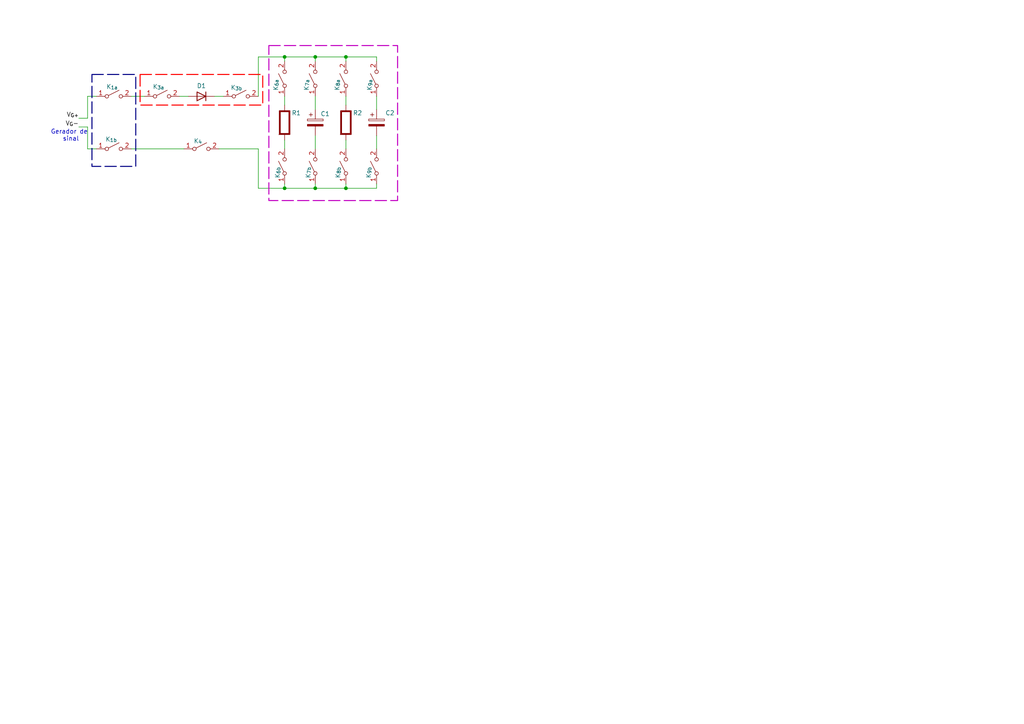
<source format=kicad_sch>
(kicad_sch (version 20231120) (generator "eeschema") (generator_version "8.0")
  (paper "A4")
  (lib_symbols
    (symbol "Device:C_Polarized" (pin_numbers hide) (pin_names (offset 0.254))
      (property "Reference" "C" (at 0.635 2.54 0))
      (property "Value" "C_Polarized" (at 0.635 -2.54 0))
      (symbol "C_Polarized_0_1"
        (rectangle (start -2.286 0.508) (end 2.286 1.016))
        (polyline (pts (xy -1.778 2.286) (xy -0.762 2.286)))
        (polyline (pts (xy -1.27 2.794) (xy -1.27 1.778)))
        (rectangle (start 2.286 -0.508) (end -2.286 -1.016) (fill (type outline)))
      )
      (symbol "C_Polarized_1_1"
        (pin passive line (at 0 3.81 270) (length 2.794) (name "~") (number "1"))
        (pin passive line (at 0 -3.81 90) (length 2.794) (name "~") (number "2"))
      )
    )
    (symbol "Diode:1N4007" (pin_numbers hide) (pin_names hide)
      (property "Reference" "D" (at 0 2.54 0))
      (property "Value" "1N4007" (at 0 -2.54 0))
      (symbol "1N4007_0_1"
        (polyline (pts (xy -1.27 1.27) (xy -1.27 -1.27)) (stroke (width 0.254)))
        (polyline (pts (xy 1.27 0) (xy -1.27 0)))
        (polyline (pts (xy 1.27 1.27) (xy 1.27 -1.27) (xy -1.27 0) (xy 1.27 1.27)) (stroke (width 0.254)))
      )
      (symbol "1N4007_1_1"
        (pin passive line (at -3.81 0 0) (length 2.54) (name "K") (number "1"))
        (pin passive line (at 3.81 0 180) (length 2.54) (name "A") (number "2"))
      )
    )
    (symbol "PCM_Elektuur:R" (pin_numbers hide) (pin_names (offset 0) hide)
      (property "Reference" "R" (at 2.54 3.175 0))
      (property "Value" "R" (at 0 0 90))
      (symbol "R_1_1"
        (polyline (pts (xy -1.524 -3.429) (xy 1.524 -3.429) (xy 1.524 3.429) (xy -1.524 3.429) (xy -1.524 -3.429) (xy -1.27 -3.175) (xy -1.27 3.175) (xy 1.27 3.175) (xy 1.27 -3.175) (xy -1.27 -3.175) (xy -1.524 -3.429)) (stroke (width 0.254)) (fill (type outline)))
        (pin passive line (at 0 5.08 270) (length 1.651) (name "+") (number "1"))
        (pin passive line (at 0 -5.08 90) (length 1.651) (name "-") (number "2"))
      )
      (symbol "R_1_2"
        (polyline (pts (xy -0.508 -3.429) (xy 1.524 -3.429) (xy 1.524 3.429) (xy -0.508 3.429) (xy -0.508 3.175) (xy 1.27 3.175) (xy 1.27 -3.175) (xy -0.508 -3.175) (xy -0.508 -3.429)) (stroke (width 0.254)) (fill (type outline)))
        (pin passive line (at 0 5.08 270) (length 1.651) (name "+") (number "1"))
        (pin passive line (at 0 -5.08 90) (length 1.651) (name "-") (number "2"))
      )
      (symbol "R_1_3"
        (polyline (pts (xy 0 3.4798) (xy 0 3.2004) (xy 0.7112 2.794) (xy -1.1938 1.6764) (xy 0.7112 0.5588) (xy -1.1938 -0.5588) (xy 0.7112 -1.6764) (xy -1.1938 -2.794) (xy 0 -3.4798) (xy 0 -3.2004) (xy -0.7112 -2.794) (xy 1.1938 -1.6764) (xy -0.7112 -0.5588) (xy 1.1938 0.5588) (xy -0.7112 1.6764) (xy 1.1938 2.794) (xy 0 3.4798)) (stroke (width 0.254)) (fill (type outline)))
        (pin passive line (at 0 5.08 270) (length 1.6002) (name "+") (number "1"))
        (pin passive line (at 0 -5.08 90) (length 1.6002) (name "-") (number "2"))
      )
      (symbol "R_1_4"
        (polyline (pts (xy 0 4.5466) (xy 0 4.2672) (xy 0.0508 4.2418) (xy 1.016 3.683) (xy -1.524 2.2098) (xy 1.016 0.7366) (xy -1.524 -0.7366) (xy 1.016 -2.2098) (xy -1.524 -3.683) (xy -0.0762 -4.5212) (xy 0 -4.5466) (xy 0 -4.2672) (xy -0.0508 -4.2418) (xy -1.016 -3.683) (xy 1.524 -2.2098) (xy -1.016 -0.7366) (xy 1.524 0.7366) (xy -1.016 2.2098) (xy 1.524 3.683) (xy 0.0762 4.5212) (xy 0 4.5466)) (stroke (width 0.254)) (fill (type outline)))
        (pin passive line (at 0 5.08 270) (length 0.5334) (name "+") (number "1"))
        (pin passive line (at 0 -5.08 90) (length 0.5334) (name "-") (number "2"))
      )
    )
    (symbol "Switch:SW_SPST" (pin_names (offset 0) hide)
      (property "Reference" "SW" (at 0 3.175 0))
      (property "Value" "SW_SPST" (at 0 -2.54 0))
      (symbol "SW_SPST_0_0"
        (circle (center -2.032 0) (radius 0.508))
        (polyline (pts (xy -1.524 0.254) (xy 1.524 1.778)))
        (circle (center 2.032 0) (radius 0.508))
      )
      (symbol "SW_SPST_1_1"
        (pin passive line (at -5.08 0 0) (length 2.54) (name "A") (number "1"))
        (pin passive line (at 5.08 0 180) (length 2.54) (name "B") (number "2"))
      )
    )
  )
  (junction (at 91.44 16.51))
  (junction (at 91.44 54.61))
  (junction (at 82.55 16.51))
  (junction (at 100.33 16.51))
  (junction (at 100.33 54.61))
  (junction (at 82.55 54.61))
  (wire (pts (xy 38.1 43.18) (xy 53.34 43.18)))
  (wire (pts (xy 25.4 27.94) (xy 27.94 27.94)))
  (wire (pts (xy 109.22 39.37) (xy 109.22 43.18)))
  (wire (pts (xy 52.07 27.94) (xy 54.61 27.94)))
  (wire (pts (xy 91.44 39.37) (xy 91.44 43.18)))
  (wire (pts (xy 82.55 54.61) (xy 91.44 54.61)))
  (wire (pts (xy 74.93 43.18) (xy 63.5 43.18)))
  (wire (pts (xy 91.44 16.51) (xy 100.33 16.51)))
  (wire (pts (xy 82.55 16.51) (xy 91.44 16.51)))
  (wire (pts (xy 74.93 16.51) (xy 82.55 16.51)))
  (wire (pts (xy 25.4 43.18) (xy 27.94 43.18)))
  (wire (pts (xy 100.33 54.61) (xy 109.22 54.61)))
  (wire (pts (xy 109.22 16.51) (xy 109.22 17.78)))
  (wire (pts (xy 91.44 54.61) (xy 100.33 54.61)))
  (wire (pts (xy 100.33 53.34) (xy 100.33 54.61)))
  (wire (pts (xy 74.93 16.51) (xy 74.93 27.94)))
  (wire (pts (xy 25.4 36.83) (xy 25.4 43.18)))
  (wire (pts (xy 109.22 27.94) (xy 109.22 31.75)))
  (wire (pts (xy 82.55 40.64) (xy 82.55 43.18)))
  (wire (pts (xy 82.55 27.94) (xy 82.55 30.48)))
  (wire (pts (xy 22.86 36.83) (xy 25.4 36.83)))
  (wire (pts (xy 100.33 40.64) (xy 100.33 43.18)))
  (wire (pts (xy 82.55 53.34) (xy 82.55 54.61)))
  (wire (pts (xy 22.86 34.29) (xy 25.4 34.29)))
  (wire (pts (xy 62.23 27.94) (xy 64.77 27.94)))
  (wire (pts (xy 25.4 34.29) (xy 25.4 27.94)))
  (wire (pts (xy 100.33 16.51) (xy 109.22 16.51)))
  (wire (pts (xy 74.93 54.61) (xy 82.55 54.61)))
  (wire (pts (xy 100.33 16.51) (xy 100.33 17.78)))
  (wire (pts (xy 91.44 16.51) (xy 91.44 17.78)))
  (wire (pts (xy 109.22 53.34) (xy 109.22 54.61)))
  (wire (pts (xy 100.33 27.94) (xy 100.33 30.48)))
  (wire (pts (xy 38.1 27.94) (xy 41.91 27.94)))
  (wire (pts (xy 82.55 16.51) (xy 82.55 17.78)))
  (wire (pts (xy 91.44 27.94) (xy 91.44 31.75)))
  (wire (pts (xy 74.93 54.61) (xy 74.93 43.18)))
  (wire (pts (xy 91.44 53.34) (xy 91.44 54.61)))
  (rectangle (start 40.64 21.59) (end 76.2 30.48) (stroke (width 0.3) (type dash) (color 255 0 0 1)))
  (rectangle (start 26.67 21.59) (end 39.37 48.26) (stroke (width 0.3) (type dash) (color 0 0 132 1)))
  (rectangle (start 77.978 13.208) (end 115.316 58.166) (stroke (width 0.3) (type dash) (color 194 0 194 1)))
  (text "Gerador de \nsinal" (at 20.574 39.37 0) (effects (font (size 1.27 1.27))))
  (label "V_{G+}" (at 22.86 34.29 180))
  (label "V_{G}-" (at 22.86 36.83 180))
  (symbol (lib_id "Switch:SW_SPST") (at 91.44 22.86 90) (unit 1)
    (property "Reference" "K_{7a}" (at 88.9 24.638 0))
    (property "Value" "SW_SPST" (effects (hide yes)))
    (property "Description" "Single Pole Single Throw (SPST) switch" (effects (hide yes)))
  )
  (symbol (lib_id "Switch:SW_SPST") (at 33.02 27.94 0) (unit 1)
    (property "Reference" "K_{1a}" (at 32.512 25.146 0))
    (property "Value" "SW_SPST" (effects (hide yes)))
    (property "Description" "Single Pole Single Throw (SPST) switch" (effects (hide yes)))
  )
  (symbol (lib_id "PCM_Elektuur:R") (at 100.33 35.56 0) (unit 1)
    (property "Reference" "R2" (at 102.362 32.766 0) (effects (justify left)))
    (property "Value" "R" (effects (hide yes)))
    (property "Description" "resistor" (effects (hide yes)))
    (property "Indicator" "+" (effects (hide yes)))
    (property "Rating" "W" (effects (hide yes)))
  )
  (symbol (lib_id "Switch:SW_SPST") (at 33.02 43.18 0) (unit 1)
    (property "Reference" "K_{1b}" (at 32.258 40.386 0))
    (property "Value" "SW_SPST" (effects (hide yes)))
    (property "Description" "Single Pole Single Throw (SPST) switch" (effects (hide yes)))
  )
  (symbol (lib_id "Switch:SW_SPST") (at 91.44 48.26 90) (unit 1)
    (property "Reference" "K_{7b}" (at 89.408 50.038 0))
    (property "Value" "SW_SPST" (effects (hide yes)))
    (property "Description" "Single Pole Single Throw (SPST) switch" (effects (hide yes)))
  )
  (symbol (lib_id "Switch:SW_SPST") (at 82.55 22.86 90) (unit 1)
    (property "Reference" "K_{6a}" (at 80.01 24.638 0))
    (property "Value" "SW_SPST" (effects (hide yes)))
    (property "Description" "Single Pole Single Throw (SPST) switch" (effects (hide yes)))
  )
  (symbol (lib_id "Switch:SW_SPST") (at 46.99 27.94 0) (unit 1)
    (property "Reference" "K_{3a}" (at 45.974 25.146 0))
    (property "Value" "SW_SPST" (effects (hide yes)))
    (property "Description" "Single Pole Single Throw (SPST) switch" (effects (hide yes)))
  )
  (symbol (lib_id "Switch:SW_SPST") (at 109.22 48.26 90) (unit 1)
    (property "Reference" "K_{9b}" (at 106.934 50.038 0))
    (property "Value" "SW_SPST" (effects (hide yes)))
    (property "Description" "Single Pole Single Throw (SPST) switch" (effects (hide yes)))
  )
  (symbol (lib_id "Switch:SW_SPST") (at 82.55 48.26 90) (unit 1)
    (property "Reference" "K_{6b}" (at 80.518 50.038 0))
    (property "Value" "SW_SPST" (effects (hide yes)))
    (property "Description" "Single Pole Single Throw (SPST) switch" (effects (hide yes)))
  )
  (symbol (lib_id "Diode:1N4007") (at 58.42 27.94 180) (unit 1)
    (property "Reference" "D1" (at 58.42 24.892 0))
    (property "Value" "1N4007" (effects (hide yes)))
    (property "Footprint" "Diode_THT:D_DO-41_SOD81_P10.16mm_Horizontal" (effects (hide yes)))
    (property "Datasheet" "http://www.vishay.com/docs/88503/1n4001.pdf" (effects (hide yes)))
    (property "Description" "1000V 1A General Purpose Rectifier Diode, DO-41" (effects (hide yes)))
    (property "Sim.Device" "D" (effects (hide yes)))
    (property "Sim.Pins" "1=K 2=A" (effects (hide yes)))
  )
  (symbol (lib_id "Switch:SW_SPST") (at 69.85 27.94 0) (unit 1)
    (property "Reference" "K_{3b}" (at 68.58 25.4 0))
    (property "Value" "SW_SPST" (effects (hide yes)))
    (property "Description" "Single Pole Single Throw (SPST) switch" (effects (hide yes)))
  )
  (symbol (lib_id "PCM_Elektuur:R") (at 82.55 35.56 0) (unit 1)
    (property "Reference" "R1" (at 84.582 32.766 0) (effects (justify left)))
    (property "Value" "R" (effects (hide yes)))
    (property "Description" "resistor" (effects (hide yes)))
    (property "Indicator" "+" (effects (hide yes)))
    (property "Rating" "W" (effects (hide yes)))
  )
  (symbol (lib_id "Device:C_Polarized") (at 109.22 35.56 0) (unit 1)
    (property "Reference" "C2" (at 111.76 32.766 0) (effects (justify left)))
    (property "Value" "10uF" (effects (hide yes)))
    (property "Footprint" "Capacitor_THT:CP_Radial_D6.3mm_P2.50mm" (effects (hide yes)))
    (property "Description" "Polarized capacitor" (effects (hide yes)))
  )
  (symbol (lib_id "Switch:SW_SPST") (at 100.33 22.86 90) (unit 1)
    (property "Reference" "K_{8a}" (at 97.79 24.638 0))
    (property "Value" "SW_SPST" (effects (hide yes)))
    (property "Description" "Single Pole Single Throw (SPST) switch" (effects (hide yes)))
  )
  (symbol (lib_id "Switch:SW_SPST") (at 109.22 22.86 90) (unit 1)
    (property "Reference" "K_{9a}" (at 107.188 24.638 0))
    (property "Value" "SW_SPST" (effects (hide yes)))
    (property "Description" "Single Pole Single Throw (SPST) switch" (effects (hide yes)))
  )
  (symbol (lib_id "Device:C_Polarized") (at 91.44 35.56 0) (unit 1)
    (property "Reference" "C1" (at 92.964 33.02 0) (effects (justify left)))
    (property "Value" "10uF" (effects (hide yes)))
    (property "Footprint" "Capacitor_THT:CP_Radial_D6.3mm_P2.50mm" (effects (hide yes)))
    (property "Description" "Polarized capacitor" (effects (hide yes)))
  )
  (symbol (lib_id "Switch:SW_SPST") (at 58.42 43.18 0) (unit 1)
    (property "Reference" "K_{4}" (at 57.404 40.894 0))
    (property "Value" "SW_SPST" (effects (hide yes)))
    (property "Description" "Single Pole Single Throw (SPST) switch" (effects (hide yes)))
  )
  (symbol (lib_id "Switch:SW_SPST") (at 100.33 48.26 90) (unit 1)
    (property "Reference" "K_{8b}" (at 98.044 50.038 0))
    (property "Value" "SW_SPST" (effects (hide yes)))
    (property "Description" "Single Pole Single Throw (SPST) switch" (effects (hide yes)))
  )
)
</source>
